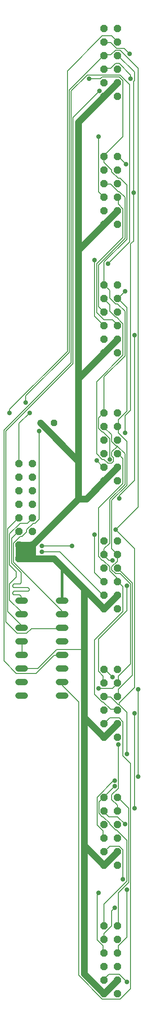
<source format=gbr>
G04 EAGLE Gerber RS-274X export*
G75*
%MOMM*%
%FSLAX34Y34*%
%LPD*%
%INTop Copper*%
%IPPOS*%
%AMOC8*
5,1,8,0,0,1.08239X$1,22.5*%
G01*
%ADD10C,1.219200*%
%ADD11P,1.484606X8X112.500000*%
%ADD12P,1.319650X8X22.500000*%
%ADD13C,1.219200*%
%ADD14C,1.270000*%
%ADD15C,0.508000*%
%ADD16C,0.203200*%
%ADD17C,0.900000*%


D10*
X35804Y766900D02*
X47996Y766900D01*
X47996Y741500D02*
X35804Y741500D01*
X35804Y614500D02*
X47996Y614500D01*
X47996Y589100D02*
X35804Y589100D01*
X35804Y716100D02*
X47996Y716100D01*
X47996Y690700D02*
X35804Y690700D01*
X35804Y639900D02*
X47996Y639900D01*
X47996Y665300D02*
X35804Y665300D01*
X112004Y589100D02*
X124196Y589100D01*
X124196Y614500D02*
X112004Y614500D01*
X112004Y639900D02*
X124196Y639900D01*
X124196Y665300D02*
X112004Y665300D01*
X112004Y690700D02*
X124196Y690700D01*
X124196Y716100D02*
X112004Y716100D01*
X112004Y741500D02*
X124196Y741500D01*
X124196Y766900D02*
X112004Y766900D01*
D11*
X62700Y846100D03*
X37300Y846100D03*
X62700Y871500D03*
X37300Y871500D03*
X62700Y896900D03*
X37300Y896900D03*
X62700Y922300D03*
X37300Y922300D03*
X62700Y947700D03*
X37300Y947700D03*
X62700Y973100D03*
X37300Y973100D03*
X62700Y998500D03*
X37300Y998500D03*
X62700Y1023900D03*
X37300Y1023900D03*
X197300Y1711500D03*
X222700Y1711500D03*
X197300Y1736900D03*
X222700Y1736900D03*
X197300Y1762300D03*
X222700Y1762300D03*
X197300Y1787700D03*
X222700Y1787700D03*
X197300Y1813100D03*
X222700Y1813100D03*
X197300Y1838500D03*
X222700Y1838500D03*
D12*
X102700Y1100000D03*
D13*
X77300Y1100000D03*
D11*
X197300Y1471500D03*
X222700Y1471500D03*
X197300Y1496900D03*
X222700Y1496900D03*
X197300Y1522300D03*
X222700Y1522300D03*
X197300Y1547700D03*
X222700Y1547700D03*
X197300Y1573100D03*
X222700Y1573100D03*
X197300Y1598500D03*
X222700Y1598500D03*
X197300Y1231500D03*
X222700Y1231500D03*
X197300Y1256900D03*
X222700Y1256900D03*
X197300Y1282300D03*
X222700Y1282300D03*
X197300Y1307700D03*
X222700Y1307700D03*
X197300Y1333100D03*
X222700Y1333100D03*
X197300Y1358500D03*
X222700Y1358500D03*
X197300Y991500D03*
X222700Y991500D03*
X197300Y1016900D03*
X222700Y1016900D03*
X197300Y1042300D03*
X222700Y1042300D03*
X197300Y1067700D03*
X222700Y1067700D03*
X197300Y1093100D03*
X222700Y1093100D03*
X197300Y1118500D03*
X222700Y1118500D03*
X197300Y751500D03*
X222700Y751500D03*
X197300Y776900D03*
X222700Y776900D03*
X197300Y802300D03*
X222700Y802300D03*
X197300Y827700D03*
X222700Y827700D03*
X197300Y853100D03*
X222700Y853100D03*
X197300Y878500D03*
X222700Y878500D03*
X197300Y511500D03*
X222700Y511500D03*
X197300Y536900D03*
X222700Y536900D03*
X197300Y562300D03*
X222700Y562300D03*
X197300Y587700D03*
X222700Y587700D03*
X197300Y613100D03*
X222700Y613100D03*
X197300Y638500D03*
X222700Y638500D03*
X197300Y271500D03*
X222700Y271500D03*
X197300Y296900D03*
X222700Y296900D03*
X197300Y322300D03*
X222700Y322300D03*
X197300Y347700D03*
X222700Y347700D03*
X197300Y373100D03*
X222700Y373100D03*
X197300Y398500D03*
X222700Y398500D03*
X197300Y31500D03*
X222700Y31500D03*
X197300Y56900D03*
X222700Y56900D03*
X197300Y82300D03*
X222700Y82300D03*
X197300Y107700D03*
X222700Y107700D03*
X197300Y133100D03*
X222700Y133100D03*
X197300Y158500D03*
X222700Y158500D03*
D14*
X62700Y846100D02*
X37300Y871500D01*
X62700Y871500D02*
X37300Y846100D01*
X37300Y871500D01*
X62700Y871500D01*
X62700Y846100D01*
X37300Y846100D01*
X62700Y871500D02*
X149000Y957800D01*
X149000Y1423200D02*
X197300Y1471500D01*
X149000Y1028300D02*
X149000Y957800D01*
X149000Y1028300D02*
X149000Y1183200D01*
X149000Y1423200D01*
X197300Y1471500D02*
X222700Y1496900D01*
X222700Y1256900D02*
X197300Y1231500D01*
X149000Y1183200D01*
X222700Y1016900D02*
X197300Y991500D01*
X163600Y957800D01*
X149000Y957800D01*
X149000Y1028300D02*
X77300Y1100000D01*
X159900Y788900D02*
X197300Y751500D01*
X159900Y788900D02*
X115150Y833650D01*
X102700Y846100D01*
X62700Y846100D01*
X159900Y548900D02*
X197300Y511500D01*
X159900Y548900D02*
X159900Y675640D01*
X159900Y788900D01*
X159900Y308900D02*
X197300Y271500D01*
X159900Y308900D02*
X159900Y548900D01*
X222700Y296900D02*
X197300Y271500D01*
X222700Y56900D02*
X197300Y31500D01*
X159900Y68900D01*
X159900Y308900D01*
X197300Y511500D02*
X222700Y536900D01*
X197300Y751500D02*
X222700Y776900D01*
D15*
X118100Y766900D02*
X118100Y830700D01*
X115150Y833650D01*
D14*
X149000Y1423200D02*
X149000Y1663200D01*
X197300Y1711500D01*
X222700Y1736900D01*
D16*
X72898Y640080D02*
X42672Y640080D01*
X72898Y640080D02*
X108458Y675640D01*
X159900Y675640D01*
X42672Y640080D02*
X41900Y639900D01*
X42672Y666750D02*
X42672Y689864D01*
X42672Y666750D02*
X41900Y665300D01*
X42672Y689864D02*
X41900Y690700D01*
X40894Y743204D02*
X40894Y747038D01*
X19558Y768374D01*
X19558Y892556D02*
X39116Y912114D01*
X53340Y912114D01*
X62230Y921004D01*
X40894Y743204D02*
X41900Y741500D01*
X62230Y921004D02*
X62700Y922300D01*
X19558Y892556D02*
X19558Y833942D01*
X32000Y821500D01*
X32000Y811000D01*
X19558Y798558D01*
X19558Y768374D01*
X179578Y1299718D02*
X179578Y1404620D01*
X179578Y1299718D02*
X195580Y1283716D01*
X197300Y1282300D01*
X195580Y336042D02*
X195580Y323596D01*
X195580Y336042D02*
X184134Y347488D01*
X184134Y399272D01*
X215138Y430276D01*
X216916Y430276D01*
X195580Y323596D02*
X197300Y322300D01*
X179578Y819658D02*
X179578Y890778D01*
X179578Y819658D02*
X195580Y803656D01*
X197300Y802300D01*
X197358Y1763776D02*
X209804Y1763776D01*
X218694Y1772666D01*
X225806Y1772666D01*
X247142Y1751330D01*
X247142Y1744218D01*
X186690Y1635760D02*
X186690Y1532636D01*
X195580Y1523746D01*
X197300Y1762300D02*
X197358Y1763776D01*
X195580Y1523746D02*
X197300Y1522300D01*
D17*
X179578Y1404620D03*
X216916Y430276D03*
X179578Y890778D03*
X247142Y1744218D03*
X186690Y1635760D03*
D16*
X49784Y1150366D02*
X49784Y1137920D01*
X49784Y1150366D02*
X131572Y1232154D01*
X131572Y1722882D01*
X195580Y1786890D01*
X197300Y1787700D01*
X195580Y120904D02*
X195580Y108458D01*
X195580Y120904D02*
X184690Y131794D01*
X184690Y218472D02*
X186690Y220472D01*
X184690Y218472D02*
X184690Y131794D01*
X195580Y108458D02*
X197300Y107700D01*
X197358Y586740D02*
X209804Y586740D01*
X224028Y572516D01*
X225806Y572516D01*
X240030Y558292D01*
X240030Y480060D01*
X197358Y586740D02*
X197300Y587700D01*
X197358Y1546860D02*
X209804Y1546860D01*
X224028Y1532636D01*
X225806Y1532636D01*
X236474Y1521968D01*
X236474Y1445514D01*
X186690Y1395730D01*
X186690Y1317498D01*
X195580Y1308608D01*
X197358Y1546860D02*
X197300Y1547700D01*
X195580Y1308608D02*
X197300Y1307700D01*
X225806Y576072D02*
X225806Y572516D01*
X225806Y576072D02*
X254254Y604520D01*
X254254Y864108D01*
X218694Y899668D01*
X209804Y1788668D02*
X197358Y1788668D01*
X209804Y1788668D02*
X218694Y1797558D01*
X227584Y1797558D01*
X261366Y1763776D01*
X261366Y942340D01*
X218694Y899668D01*
X197300Y1787700D02*
X197358Y1788668D01*
D17*
X49784Y1137920D03*
X186690Y220472D03*
X240030Y480060D03*
X218694Y899668D03*
D16*
X197358Y144018D02*
X197358Y133350D01*
X197358Y144018D02*
X211582Y158242D01*
X211582Y186690D01*
X216916Y192024D01*
X236474Y348488D02*
X222250Y362712D01*
X206248Y362712D01*
X197358Y371602D01*
X197358Y133350D02*
X197300Y133100D01*
X197358Y371602D02*
X197300Y373100D01*
X197358Y853440D02*
X197358Y864108D01*
X208026Y874776D01*
X208026Y956564D01*
X236474Y985012D01*
X236474Y1041908D01*
X222250Y1056132D02*
X221972Y1056410D01*
X222250Y1056132D02*
X236474Y1041908D01*
X221972Y1056410D02*
X220194Y1056410D01*
X211582Y1065022D01*
X211582Y1077468D01*
X197358Y1091692D01*
X197358Y853440D02*
X197300Y853100D01*
X197358Y1091692D02*
X197300Y1093100D01*
X222250Y1056132D02*
X211582Y1045464D01*
X211582Y1038352D01*
X215138Y1034796D01*
X215138Y1027684D01*
X211582Y1024128D01*
X204470Y1024128D01*
X197358Y1031240D01*
X193802Y1031240D01*
X183134Y1041908D01*
X183134Y1177036D01*
X232918Y1226820D01*
X232918Y1285494D01*
X220472Y1297940D01*
X218694Y1297940D01*
X208026Y1308608D01*
X208026Y1321054D01*
X197358Y1331722D01*
X197300Y1333100D01*
X195580Y625856D02*
X195580Y613410D01*
X195580Y625856D02*
X186690Y634746D01*
X186690Y695198D01*
X240030Y748538D01*
X240030Y794766D01*
X213360Y842772D02*
X206248Y842772D01*
X197358Y851662D01*
X195580Y613410D02*
X197300Y613100D01*
X197358Y851662D02*
X197300Y853100D01*
X197358Y1811782D02*
X209804Y1811782D01*
X220472Y1801114D01*
X234696Y1801114D01*
X245364Y1790446D01*
X197358Y1811782D02*
X197300Y1813100D01*
D17*
X216916Y192024D03*
X236474Y348488D03*
X240030Y794766D03*
X213360Y842772D03*
X245364Y1790446D03*
D16*
X197358Y199136D02*
X197358Y160020D01*
X197358Y199136D02*
X240030Y241808D01*
X240030Y318262D01*
X220472Y337820D01*
X218694Y337820D01*
X208026Y348488D01*
X208026Y350266D01*
X195580Y362712D01*
X193802Y362712D01*
X187690Y368824D01*
X187690Y390382D01*
X195580Y398272D01*
X197358Y160020D02*
X197300Y158500D01*
X195580Y398272D02*
X197300Y398500D01*
X197358Y1120140D02*
X197358Y1185926D01*
X236474Y1225042D01*
X236474Y1308608D01*
X222250Y1322832D01*
X218694Y1322832D01*
X208026Y1333500D01*
X208026Y1347724D01*
X197358Y1358392D01*
X197358Y1120140D02*
X197300Y1118500D01*
X197358Y1358392D02*
X197300Y1358500D01*
X197358Y1587754D02*
X197358Y1598422D01*
X197358Y1587754D02*
X211582Y1573530D01*
X211582Y1569974D01*
X224028Y1557528D01*
X227584Y1557528D01*
X240030Y1545082D01*
X240030Y1443736D01*
X197358Y1401064D01*
X197358Y1360170D01*
X197358Y1598422D02*
X197300Y1598500D01*
X197358Y1360170D02*
X197300Y1358500D01*
X208026Y1070356D02*
X208026Y1031240D01*
X208026Y1070356D02*
X195580Y1082802D01*
X193802Y1082802D01*
X186690Y1089914D01*
X186690Y1109472D01*
X195580Y1118362D01*
X197300Y1118500D01*
X216916Y419608D02*
X197358Y400050D01*
X213360Y624078D02*
X197358Y640080D01*
X197358Y400050D02*
X197300Y398500D01*
X197300Y638500D02*
X197358Y640080D01*
X190246Y1744218D02*
X168910Y1744218D01*
X190246Y1744218D02*
X193802Y1747774D01*
X225806Y1747774D01*
X232918Y1740662D01*
X232918Y1635760D01*
X197358Y1600200D01*
X197300Y1598500D01*
D17*
X208026Y1031240D03*
X216916Y419608D03*
X213360Y624078D03*
X168910Y1744218D03*
D16*
X40894Y819658D02*
X40894Y801511D01*
X40892Y801404D01*
X40886Y801298D01*
X40876Y801192D01*
X40863Y801086D01*
X40845Y800980D01*
X40824Y800876D01*
X40799Y800772D01*
X40770Y800669D01*
X40738Y800568D01*
X40701Y800468D01*
X40661Y800369D01*
X40618Y800271D01*
X40571Y800175D01*
X40520Y800081D01*
X40466Y799989D01*
X40409Y799899D01*
X40349Y799811D01*
X40285Y799726D01*
X40218Y799643D01*
X40148Y799562D01*
X40076Y799484D01*
X40000Y799408D01*
X39922Y799336D01*
X39841Y799266D01*
X39758Y799199D01*
X39673Y799135D01*
X39585Y799075D01*
X39495Y799018D01*
X39403Y798964D01*
X39309Y798913D01*
X39213Y798866D01*
X39115Y798823D01*
X39016Y798783D01*
X38916Y798746D01*
X38815Y798714D01*
X38712Y798685D01*
X38608Y798660D01*
X38504Y798639D01*
X38398Y798621D01*
X38292Y798608D01*
X38186Y798598D01*
X38080Y798592D01*
X37973Y798590D01*
X28462Y798590D01*
X28355Y798588D01*
X28249Y798582D01*
X28143Y798572D01*
X28037Y798559D01*
X27931Y798541D01*
X27827Y798520D01*
X27723Y798495D01*
X27620Y798466D01*
X27519Y798434D01*
X27419Y798397D01*
X27320Y798357D01*
X27222Y798314D01*
X27126Y798267D01*
X27032Y798216D01*
X26940Y798162D01*
X26850Y798105D01*
X26762Y798045D01*
X26677Y797981D01*
X26594Y797914D01*
X26513Y797844D01*
X26435Y797772D01*
X26359Y797696D01*
X26287Y797618D01*
X26217Y797537D01*
X26150Y797454D01*
X26086Y797369D01*
X26026Y797281D01*
X25969Y797191D01*
X25915Y797099D01*
X25864Y797005D01*
X25817Y796909D01*
X25774Y796811D01*
X25734Y796712D01*
X25697Y796612D01*
X25665Y796511D01*
X25636Y796408D01*
X25611Y796304D01*
X25590Y796200D01*
X25572Y796094D01*
X25559Y795988D01*
X25549Y795882D01*
X25543Y795776D01*
X25541Y795669D01*
X25541Y794622D01*
X25543Y794515D01*
X25549Y794409D01*
X25559Y794303D01*
X25572Y794197D01*
X25590Y794091D01*
X25611Y793987D01*
X25636Y793883D01*
X25665Y793780D01*
X25697Y793679D01*
X25734Y793579D01*
X25774Y793480D01*
X25817Y793382D01*
X25864Y793286D01*
X25915Y793192D01*
X25969Y793100D01*
X26026Y793010D01*
X26086Y792922D01*
X26150Y792837D01*
X26217Y792754D01*
X26287Y792673D01*
X26359Y792595D01*
X26435Y792519D01*
X26513Y792447D01*
X26594Y792377D01*
X26677Y792310D01*
X26762Y792246D01*
X26850Y792186D01*
X26940Y792129D01*
X27032Y792075D01*
X27126Y792024D01*
X27222Y791977D01*
X27320Y791934D01*
X27419Y791894D01*
X27519Y791857D01*
X27620Y791825D01*
X27723Y791796D01*
X27827Y791771D01*
X27931Y791750D01*
X28037Y791732D01*
X28143Y791719D01*
X28249Y791709D01*
X28355Y791703D01*
X28462Y791701D01*
X53326Y791701D01*
X53433Y791699D01*
X53539Y791693D01*
X53645Y791683D01*
X53751Y791670D01*
X53857Y791652D01*
X53961Y791631D01*
X54065Y791606D01*
X54168Y791577D01*
X54269Y791545D01*
X54369Y791508D01*
X54468Y791468D01*
X54566Y791425D01*
X54662Y791378D01*
X54756Y791327D01*
X54848Y791273D01*
X54938Y791216D01*
X55026Y791156D01*
X55111Y791092D01*
X55194Y791025D01*
X55275Y790955D01*
X55353Y790883D01*
X55429Y790807D01*
X55501Y790729D01*
X55571Y790648D01*
X55638Y790565D01*
X55702Y790480D01*
X55762Y790392D01*
X55819Y790302D01*
X55873Y790210D01*
X55924Y790116D01*
X55971Y790020D01*
X56014Y789922D01*
X56054Y789823D01*
X56091Y789723D01*
X56123Y789622D01*
X56152Y789519D01*
X56177Y789415D01*
X56198Y789311D01*
X56216Y789205D01*
X56229Y789099D01*
X56239Y788993D01*
X56245Y788887D01*
X56247Y788780D01*
X56247Y787732D01*
X56245Y787625D01*
X56239Y787519D01*
X56229Y787413D01*
X56216Y787307D01*
X56198Y787201D01*
X56177Y787097D01*
X56152Y786993D01*
X56123Y786890D01*
X56091Y786789D01*
X56054Y786689D01*
X56014Y786590D01*
X55971Y786492D01*
X55924Y786396D01*
X55873Y786302D01*
X55819Y786210D01*
X55762Y786120D01*
X55702Y786032D01*
X55638Y785947D01*
X55571Y785864D01*
X55501Y785783D01*
X55429Y785705D01*
X55353Y785629D01*
X55275Y785557D01*
X55194Y785487D01*
X55111Y785420D01*
X55026Y785356D01*
X54938Y785296D01*
X54848Y785239D01*
X54756Y785185D01*
X54662Y785134D01*
X54566Y785087D01*
X54468Y785044D01*
X54369Y785004D01*
X54269Y784967D01*
X54168Y784935D01*
X54065Y784906D01*
X53961Y784881D01*
X53857Y784860D01*
X53751Y784842D01*
X53645Y784829D01*
X53539Y784819D01*
X53433Y784813D01*
X53326Y784811D01*
X28462Y784811D01*
X28355Y784809D01*
X28249Y784803D01*
X28143Y784793D01*
X28037Y784780D01*
X27931Y784762D01*
X27827Y784741D01*
X27723Y784716D01*
X27620Y784687D01*
X27519Y784655D01*
X27419Y784618D01*
X27320Y784578D01*
X27222Y784535D01*
X27126Y784488D01*
X27032Y784437D01*
X26940Y784383D01*
X26850Y784326D01*
X26762Y784266D01*
X26677Y784202D01*
X26594Y784135D01*
X26513Y784065D01*
X26435Y783993D01*
X26359Y783917D01*
X26287Y783839D01*
X26217Y783758D01*
X26150Y783675D01*
X26086Y783590D01*
X26026Y783502D01*
X25969Y783412D01*
X25915Y783320D01*
X25864Y783226D01*
X25817Y783130D01*
X25774Y783032D01*
X25734Y782933D01*
X25697Y782833D01*
X25665Y782732D01*
X25636Y782629D01*
X25611Y782525D01*
X25590Y782421D01*
X25572Y782315D01*
X25559Y782209D01*
X25549Y782103D01*
X25543Y781997D01*
X25541Y781890D01*
X25541Y780842D01*
X25543Y780735D01*
X25549Y780629D01*
X25559Y780523D01*
X25572Y780417D01*
X25590Y780311D01*
X25611Y780207D01*
X25636Y780103D01*
X25665Y780000D01*
X25697Y779899D01*
X25734Y779799D01*
X25774Y779700D01*
X25817Y779602D01*
X25864Y779506D01*
X25915Y779412D01*
X25969Y779320D01*
X26026Y779230D01*
X26086Y779142D01*
X26150Y779057D01*
X26217Y778974D01*
X26287Y778893D01*
X26359Y778815D01*
X26435Y778739D01*
X26513Y778667D01*
X26594Y778597D01*
X26677Y778530D01*
X26762Y778466D01*
X26850Y778406D01*
X26940Y778349D01*
X27032Y778295D01*
X27126Y778244D01*
X27222Y778197D01*
X27320Y778154D01*
X27419Y778114D01*
X27519Y778077D01*
X27620Y778045D01*
X27723Y778016D01*
X27827Y777991D01*
X27931Y777970D01*
X28037Y777952D01*
X28143Y777939D01*
X28249Y777929D01*
X28355Y777923D01*
X28462Y777921D01*
X37973Y777921D01*
X38080Y777919D01*
X38186Y777913D01*
X38292Y777903D01*
X38398Y777890D01*
X38504Y777872D01*
X38608Y777851D01*
X38712Y777826D01*
X38815Y777797D01*
X38916Y777765D01*
X39016Y777728D01*
X39115Y777688D01*
X39213Y777645D01*
X39309Y777598D01*
X39403Y777547D01*
X39495Y777493D01*
X39585Y777436D01*
X39673Y777376D01*
X39758Y777312D01*
X39841Y777245D01*
X39922Y777175D01*
X40000Y777103D01*
X40076Y777027D01*
X40148Y776949D01*
X40218Y776868D01*
X40285Y776785D01*
X40349Y776700D01*
X40409Y776612D01*
X40466Y776522D01*
X40520Y776430D01*
X40571Y776336D01*
X40618Y776240D01*
X40661Y776142D01*
X40701Y776043D01*
X40738Y775943D01*
X40770Y775842D01*
X40799Y775739D01*
X40824Y775635D01*
X40845Y775531D01*
X40863Y775425D01*
X40876Y775319D01*
X40886Y775213D01*
X40892Y775107D01*
X40894Y775000D01*
X40894Y768096D01*
X40894Y819658D02*
X23114Y837438D01*
X23114Y883666D01*
X35560Y896112D01*
X40894Y768096D02*
X41900Y766900D01*
X35560Y896112D02*
X37300Y896900D01*
X40894Y721646D02*
X40894Y716534D01*
X40894Y721646D02*
X16002Y746538D01*
X16002Y901446D01*
X35560Y921004D01*
X40894Y716534D02*
X41900Y716100D01*
X35560Y921004D02*
X37300Y922300D01*
X222250Y808990D02*
X222250Y803656D01*
X222250Y808990D02*
X208026Y823214D01*
X208026Y830326D01*
X195580Y842772D01*
X193802Y842772D01*
X186690Y849884D01*
X186690Y940562D01*
X232918Y986790D01*
X232918Y1033018D01*
X224028Y1041908D01*
X222250Y803656D02*
X222700Y802300D01*
X224028Y1041908D02*
X222700Y1042300D01*
X224028Y1509522D02*
X224028Y1521968D01*
X224028Y1509522D02*
X232918Y1500632D01*
X232918Y1447292D01*
X183134Y1397508D01*
X183134Y1306830D01*
X197358Y1292606D01*
X213360Y1292606D01*
X222250Y1283716D01*
X224028Y1521968D02*
X222700Y1522300D01*
X222250Y1283716D02*
X222700Y1282300D01*
X222250Y563626D02*
X209804Y563626D01*
X195580Y577850D01*
X193802Y577850D01*
X179578Y592074D01*
X179578Y693420D01*
X232918Y746760D01*
X232918Y792988D01*
X224028Y801878D01*
X222250Y563626D02*
X222700Y562300D01*
X224028Y801878D02*
X222700Y802300D01*
X224028Y120904D02*
X224028Y108458D01*
X224028Y120904D02*
X240030Y136906D01*
X240030Y225806D01*
X224028Y108458D02*
X222700Y107700D01*
X224028Y588518D02*
X224028Y600964D01*
X250698Y627634D01*
X250698Y800100D01*
X224028Y826770D01*
X224028Y588518D02*
X222700Y587700D01*
X224028Y826770D02*
X222700Y827700D01*
X254254Y556514D02*
X254254Y378714D01*
X252476Y1530858D02*
X252476Y1738884D01*
X254254Y1740662D01*
X254254Y1756664D01*
X224028Y1786890D01*
X222700Y1787700D01*
X236474Y1113028D02*
X236474Y1081024D01*
X236474Y1113028D02*
X247142Y1123696D01*
X247142Y1434846D01*
X252476Y1440180D01*
X252476Y1530858D01*
D17*
X240030Y225806D03*
X254254Y378714D03*
X254254Y556514D03*
X252476Y1530858D03*
X236474Y1081024D03*
D16*
X19558Y1118362D02*
X19558Y1125474D01*
X128016Y1233932D01*
X128016Y1758442D01*
X193802Y1824228D01*
X211582Y1824228D01*
X222250Y1813560D01*
X222700Y1813100D01*
X224028Y1105916D02*
X224028Y1093470D01*
X224028Y1105916D02*
X240030Y1121918D01*
X240030Y1315720D01*
X224028Y1331722D01*
X224028Y1093470D02*
X222700Y1093100D01*
X224028Y1331722D02*
X222700Y1333100D01*
X224028Y625856D02*
X224028Y613410D01*
X224028Y625856D02*
X247142Y648970D01*
X247142Y798322D01*
X227584Y817880D01*
X218694Y817880D01*
X211582Y824992D01*
X211582Y830326D01*
X222250Y840994D01*
X222250Y851662D01*
X224028Y613410D02*
X222700Y613100D01*
X222250Y851662D02*
X222700Y853100D01*
X224028Y1081024D02*
X224028Y1091692D01*
X224028Y1081024D02*
X240030Y1065022D01*
X240030Y983234D01*
X211582Y954786D01*
X211582Y864108D01*
X222250Y853440D01*
X224028Y1091692D02*
X222700Y1093100D01*
X222250Y853440D02*
X222700Y853100D01*
X222250Y384048D02*
X222250Y373380D01*
X222250Y384048D02*
X211582Y394716D01*
X211582Y403606D01*
X224028Y416052D01*
X224028Y497840D01*
X213360Y602742D02*
X186690Y602742D01*
X213360Y602742D02*
X222250Y611632D01*
X222250Y373380D02*
X222700Y373100D01*
X222250Y611632D02*
X222700Y613100D01*
X224028Y1333500D02*
X236474Y1345946D01*
X224028Y1333500D02*
X222700Y1333100D01*
D17*
X19558Y1118362D03*
X224028Y497840D03*
X186690Y602742D03*
X236474Y1345946D03*
D16*
X37338Y1098804D02*
X37338Y1024128D01*
X37338Y1098804D02*
X56896Y1118362D01*
X37338Y1024128D02*
X37300Y1023900D01*
X224028Y220472D02*
X224028Y160020D01*
X224028Y220472D02*
X243586Y240030D01*
X243586Y378714D01*
X224028Y398272D01*
X224028Y160020D02*
X222700Y158500D01*
X224028Y398272D02*
X222700Y398500D01*
X261366Y437388D02*
X261366Y600964D01*
X238252Y1584198D02*
X224028Y1598422D01*
X222700Y1598500D01*
D17*
X56896Y1118362D03*
X261366Y437388D03*
X261366Y600964D03*
X238252Y1584198D03*
D16*
X117348Y748538D02*
X117348Y743204D01*
X117348Y748538D02*
X26670Y839216D01*
X26670Y874776D01*
X39116Y887222D01*
X42672Y887222D01*
X51562Y896112D01*
X51562Y899668D01*
X64008Y912114D01*
X67564Y912114D01*
X74676Y919226D01*
X74676Y1084580D01*
X117348Y743204D02*
X118100Y741500D01*
D17*
X74676Y1084580D03*
D16*
X60452Y714756D02*
X117348Y714756D01*
X60452Y714756D02*
X51562Y705866D01*
X33782Y705866D01*
X12446Y727202D01*
X12446Y1084580D01*
X138684Y1210818D01*
X138684Y1671320D01*
X188468Y1721104D01*
X118100Y716100D02*
X117348Y714756D01*
D17*
X188468Y1721104D03*
D16*
X136906Y869442D02*
X80010Y869442D01*
X225806Y958342D02*
X225806Y963676D01*
X254254Y992124D01*
X254254Y1264158D01*
D17*
X80010Y869442D03*
X136906Y869442D03*
X225806Y958342D03*
X254254Y1264158D03*
D16*
X117348Y664972D02*
X103124Y664972D01*
X69342Y631190D01*
X32004Y631190D01*
X8890Y654304D01*
X8890Y1086358D01*
X135128Y1212596D01*
X135128Y1721104D01*
X165354Y1751330D01*
X227584Y1751330D01*
X245364Y1733550D01*
X245364Y1438402D01*
X204470Y1397508D01*
X183134Y1029462D02*
X195580Y1017016D01*
X118100Y665300D02*
X117348Y664972D01*
X195580Y1017016D02*
X197300Y1016900D01*
D17*
X204470Y1397508D03*
X183134Y1029462D03*
D16*
X113792Y858774D02*
X80010Y858774D01*
X113792Y858774D02*
X195580Y776986D01*
X197300Y776900D01*
D17*
X80010Y858774D03*
D16*
X119126Y613410D02*
X119126Y608076D01*
X149352Y577850D01*
X149352Y65786D01*
X193802Y21336D01*
X227584Y21336D01*
X247142Y40894D01*
X247142Y462280D01*
X232918Y476504D01*
X232918Y540512D01*
X225806Y547624D01*
X208026Y547624D01*
X197358Y536956D01*
X119126Y613410D02*
X118100Y614500D01*
X197300Y536900D02*
X197358Y536956D01*
X232918Y300482D02*
X232918Y245364D01*
X232918Y300482D02*
X225806Y307594D01*
X208026Y307594D01*
X197358Y296926D01*
X197300Y296900D01*
D17*
X232918Y245364D03*
D16*
X225806Y67564D02*
X240030Y53340D01*
X225806Y67564D02*
X206248Y67564D01*
X197358Y58674D01*
X197300Y56900D01*
D17*
X240030Y53340D03*
M02*

</source>
